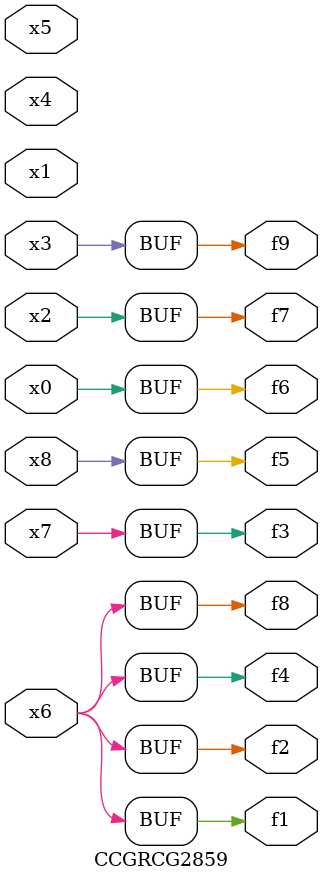
<source format=v>
module CCGRCG2859(
	input x0, x1, x2, x3, x4, x5, x6, x7, x8,
	output f1, f2, f3, f4, f5, f6, f7, f8, f9
);
	assign f1 = x6;
	assign f2 = x6;
	assign f3 = x7;
	assign f4 = x6;
	assign f5 = x8;
	assign f6 = x0;
	assign f7 = x2;
	assign f8 = x6;
	assign f9 = x3;
endmodule

</source>
